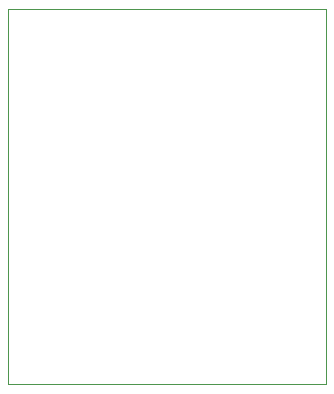
<source format=gbr>
%TF.GenerationSoftware,KiCad,Pcbnew,(5.1.9)-1*%
%TF.CreationDate,2021-06-15T19:55:56-04:00*%
%TF.ProjectId,uVU,7556552e-6b69-4636-9164-5f7063625858,rev?*%
%TF.SameCoordinates,Original*%
%TF.FileFunction,Profile,NP*%
%FSLAX46Y46*%
G04 Gerber Fmt 4.6, Leading zero omitted, Abs format (unit mm)*
G04 Created by KiCad (PCBNEW (5.1.9)-1) date 2021-06-15 19:55:56*
%MOMM*%
%LPD*%
G01*
G04 APERTURE LIST*
%TA.AperFunction,Profile*%
%ADD10C,0.050000*%
%TD*%
G04 APERTURE END LIST*
D10*
X103124000Y-101600000D02*
X103124000Y-69850000D01*
X76200000Y-69850000D02*
X103124000Y-69850000D01*
X76200000Y-101600000D02*
X76200000Y-69850000D01*
X76200000Y-101600000D02*
X103124000Y-101600000D01*
M02*

</source>
